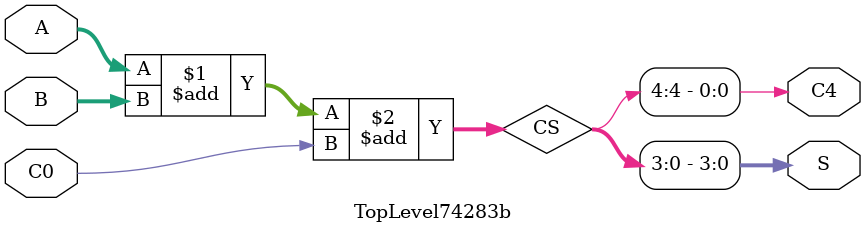
<source format=v>
/****************************************************************************
 *                                                                          *
 *  VERILOG BEHAVIORAL DESCRIPTION OF THE TI 74283 CIRCUIT                  *
 *                                                                          *
 *  Function: Four-bit Fast Adder                                           *
 *                                                                          *
 *  Written by: Mark C. Hansen                                              *
 *                                                                          *
 *  Last modified: Dec 12, 1997                                             *
 *                                                                          *
 ****************************************************************************/

module Circuit74283b (C0, A, B, S, C4);

  input[3:0]    A, B;
  input	        C0;

  output[3:0]   S;
  output        C4;
	
  TopLevel74283b Ckt74283b (C0, A, B, S, C4);

endmodule /* Circuit74283b */

/*************************************************************************/

module TopLevel74283b (C0, A, B, S, C4);

  input[3:0]    A, B;
  input	        C0;
  output[3:0]   S;
  output        C4;
  wire[4:0]     CS;

  assign CS = A + B + C0;
  assign S = CS[3:0];
  assign C4 = CS[4];

endmodule /* TopLevel74182b */


</source>
